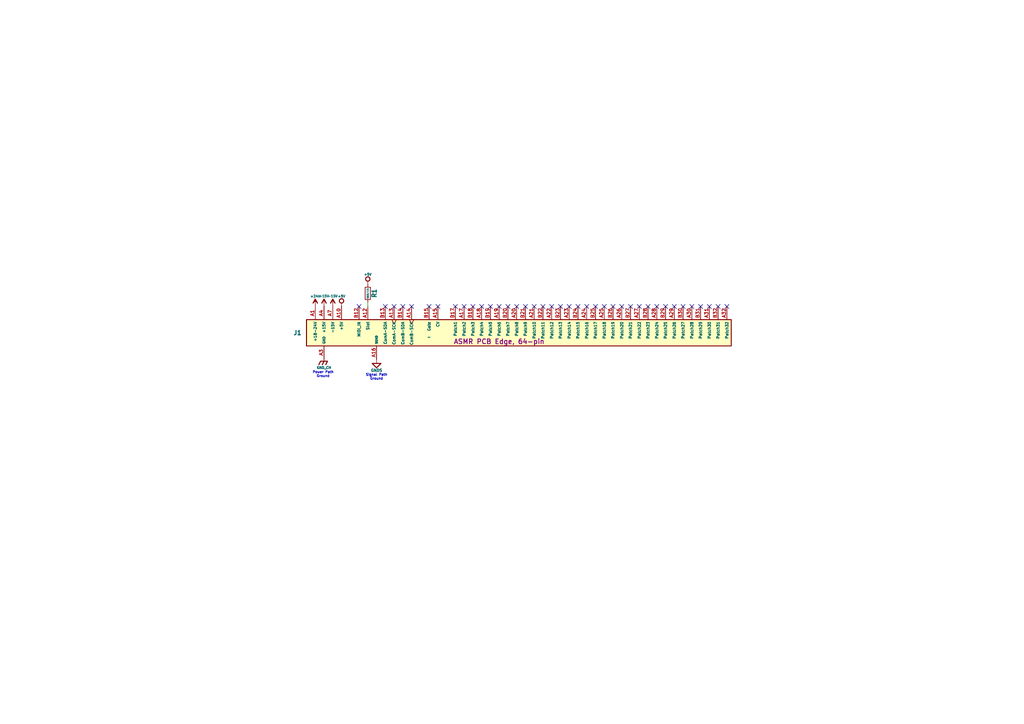
<source format=kicad_sch>
(kicad_sch (version 20250114) (generator "eeschema") (generator_version "9.0")
  (paper "A4")
  (title_block (title "ASMR - Module PCB Reference Design") (date "2025-08-17") (rev "A") (company "by Circuit Monkey") (comment 1 "ASMR :: Advanced Synth Module Rack") (comment 2 "Slot Card Reference PCB for Single ASMR module."))
  (lib_symbols
    (symbol "CM_Connector_Edge:ASMR-64-Edge" (in_bom no)
      (property "Reference" "J" (at -36.83 1.27 0))
      (property "Description" "ASMR PCB Edge, 64-pin" (at 20.32 -1.27 0))
      (symbol "ASMR-64-Edge_1_1"
        (rectangle (start -35.56 5.08) (end 87.63 -2.54) (stroke (width 0.3)) (fill (type background)))
        (pin power_out line (at -33.02 8.89 270) (length 3.81) (name "+18-24V") (number "A1"))
        (pin power_out line (at -33.02 8.89 270) (length 3.81) (hide yes) (name "+18-24V") (number "A2"))
        (pin power_out line (at -33.02 8.89 270) (length 3.81) (hide yes) (name "+18-24V") (number "B1"))
        (pin power_out line (at -33.02 8.89 270) (length 3.81) (hide yes) (name "+18-24V") (number "B2"))
        (pin power_out line (at -30.48 8.89 270) (length 3.81) (name "+15V") (number "A4"))
        (pin power_out line (at -30.48 8.89 270) (length 3.81) (hide yes) (name "+15V") (number "A5"))
        (pin power_out line (at -30.48 8.89 270) (length 3.81) (hide yes) (name "+15V") (number "B4"))
        (pin power_out line (at -30.48 8.89 270) (length 3.81) (hide yes) (name "+15V") (number "B5"))
        (pin power_out line (at -30.48 -6.35 90) (length 3.81) (name "GND") (number "A3"))
        (pin power_out line (at -30.48 -6.35 90) (length 3.81) (hide yes) (name "GND") (number "A6"))
        (pin power_out line (at -30.48 -6.35 90) (length 3.81) (hide yes) (name "GND") (number "A9"))
        (pin power_out line (at -30.48 -6.35 90) (length 3.81) (hide yes) (name "GND") (number "B3"))
        (pin power_out line (at -30.48 -6.35 90) (length 3.81) (hide yes) (name "GND") (number "B6"))
        (pin power_out line (at -30.48 -6.35 90) (length 3.81) (hide yes) (name "GND") (number "B9"))
        (pin power_out line (at -27.94 8.89 270) (length 3.81) (name "-15V") (number "A7"))
        (pin power_out line (at -27.94 8.89 270) (length 3.81) (hide yes) (name "-15V") (number "A8"))
        (pin power_out line (at -27.94 8.89 270) (length 3.81) (hide yes) (name "-15V") (number "B7"))
        (pin power_out line (at -27.94 8.89 270) (length 3.81) (hide yes) (name "-15V") (number "B8"))
        (pin power_out line (at -25.4 8.89 270) (length 3.81) (name "+5V") (number "A10"))
        (pin power_out line (at -25.4 8.89 270) (length 3.81) (hide yes) (name "+5V") (number "A11"))
        (pin power_out line (at -25.4 8.89 270) (length 3.81) (hide yes) (name "+5V") (number "B10"))
        (pin power_out line (at -25.4 8.89 270) (length 3.81) (hide yes) (name "+5V") (number "B11"))
        (pin output line (at -20.32 8.89 270) (length 3.81) (name "MIDI_IN") (number "B12"))
        (pin passive line (at -17.78 8.89 270) (length 3.81) (name "Slot") (number "A12"))
        (pin passive line (at -15.24 -6.35 90) (length 3.81) (name "SGND") (number "A16"))
        (pin passive line (at -15.24 -6.35 90) (length 3.81) (hide yes) (name "SGND") (number "B16"))
        (pin passive line (at -12.7 8.89 270) (length 3.81) (name "ComA-SDA") (number "B13"))
        (pin passive clock (at -10.16 8.89 270) (length 3.81) (name "ComA-SCK") (number "A13"))
        (pin passive line (at -7.62 8.89 270) (length 3.81) (name "ComB-SDA") (number "B14"))
        (pin passive clock (at -5.08 8.89 270) (length 3.81) (name "ComB-SCK") (number "A14"))
        (pin passive line (at 0 8.89 270) (length 3.81) (name "Gate") (number "B15"))
        (pin passive line (at 2.54 8.89 270) (length 3.81) (name "CV") (number "A15"))
        (pin passive line (at 7.62 8.89 270) (length 3.81) (name "Patch1") (number "B17"))
        (pin passive line (at 10.16 8.89 270) (length 3.81) (name "Patch2") (number "A17"))
        (pin passive line (at 12.7 8.89 270) (length 3.81) (name "Patch3") (number "B18"))
        (pin passive line (at 15.24 8.89 270) (length 3.81) (name "Patch4") (number "A18"))
        (pin passive line (at 17.78 8.89 270) (length 3.81) (name "Patch5") (number "B19"))
        (pin passive line (at 20.32 8.89 270) (length 3.81) (name "Patch6") (number "A19"))
        (pin passive line (at 22.86 8.89 270) (length 3.81) (name "Patch7") (number "B20"))
        (pin passive line (at 25.4 8.89 270) (length 3.81) (name "Patch8") (number "A20"))
        (pin passive line (at 27.94 8.89 270) (length 3.81) (name "Patch9") (number "B21"))
        (pin passive line (at 30.48 8.89 270) (length 3.81) (name "Patch10") (number "A21"))
        (pin passive line (at 33.02 8.89 270) (length 3.81) (name "Patch11") (number "B22"))
        (pin passive line (at 35.56 8.89 270) (length 3.81) (name "Patch12") (number "A22"))
        (pin passive line (at 38.1 8.89 270) (length 3.81) (name "Patch13") (number "B23"))
        (pin passive line (at 40.64 8.89 270) (length 3.81) (name "Patch14") (number "A23"))
        (pin passive line (at 43.18 8.89 270) (length 3.81) (name "Patch15") (number "B24"))
        (pin passive line (at 45.72 8.89 270) (length 3.81) (name "Patch16") (number "A24"))
        (pin passive line (at 48.26 8.89 270) (length 3.81) (name "Patch17") (number "B25"))
        (pin passive line (at 50.8 8.89 270) (length 3.81) (name "Patch18") (number "A25"))
        (pin passive line (at 53.34 8.89 270) (length 3.81) (name "Patch19") (number "B26"))
        (pin passive line (at 55.88 8.89 270) (length 3.81) (name "Patch20") (number "A26"))
        (pin passive line (at 58.42 8.89 270) (length 3.81) (name "Patch21") (number "B27"))
        (pin passive line (at 60.96 8.89 270) (length 3.81) (name "Patch22") (number "A27"))
        (pin passive line (at 63.5 8.89 270) (length 3.81) (name "Patch23") (number "B28"))
        (pin passive line (at 66.04 8.89 270) (length 3.81) (name "Patch24") (number "A28"))
        (pin passive line (at 68.58 8.89 270) (length 3.81) (name "Patch25") (number "B29"))
        (pin passive line (at 71.12 8.89 270) (length 3.81) (name "Patch26") (number "A29"))
        (pin passive line (at 73.66 8.89 270) (length 3.81) (name "Patch27") (number "B30"))
        (pin passive line (at 76.2 8.89 270) (length 3.81) (name "Patch28") (number "A30"))
        (pin passive line (at 78.74 8.89 270) (length 3.81) (name "Patch29") (number "B31"))
        (pin passive line (at 81.28 8.89 270) (length 3.81) (name "Patch30") (number "A31"))
        (pin passive line (at 83.82 8.89 270) (length 3.81) (name "Patch31") (number "B32"))
        (pin passive line (at 86.36 8.89 270) (length 3.81) (name "Patch32") (number "A32"))
      )
    )
    (symbol "CM_Device:R" (pin_numbers (hide yes)) (pin_names (offset 0.254) (hide yes))
      (property "Reference" "R" (at 1.875 0 90))
      (property "Value" "VAL" (at 0 0 90))
      (symbol "R_0_1"
        (rectangle (start -0.762 1.778) (end 0.762 -1.778) (stroke (width 0.2032)))
      )
      (symbol "R_1_1"
        (pin passive line (at 0 2.54 270) (length 0.762) (name "~") (number "1"))
        (pin passive line (at 0 -2.54 90) (length 0.762) (name "~") (number "2"))
      )
    )
    (symbol "CM_power:+15V" (power) (pin_numbers (hide yes)) (pin_names (offset 0) (hide yes))
      (property "Value" "+15V" (at 0 2.5 0))
      (symbol "+15V_0_1"
        (polyline (pts (xy -0.625 1) (xy 0 2.125) (xy 0.625 1)) (stroke (width 0.33)))
        (polyline (pts (xy 0 0) (xy 0 2)))
      )
      (symbol "+15V_1_1"
        (pin power_in line (at 0 0 90) (length 0) (name "~") (number "1"))
      )
    )
    (symbol "CM_power:+24V" (power) (pin_numbers (hide yes)) (pin_names (offset 0) (hide yes))
      (property "Value" "+24V" (at 0 2.5 0))
      (symbol "+24V_0_1"
        (polyline (pts (xy -0.625 1) (xy 0 2.125) (xy 0.625 1)) (stroke (width 0.33)))
        (polyline (pts (xy 0 0) (xy 0 1.75)))
      )
      (symbol "+24V_1_1"
        (polyline (pts (xy -0.25 1.5) (xy 0.25 1.5)) (stroke (width 0.3)))
        (pin power_in line (at 0 0 90) (length 0) (name "~") (number "1"))
      )
    )
    (symbol "CM_power:+5V" (power) (pin_numbers (hide yes)) (pin_names (offset 0) (hide yes))
      (property "Value" "+5V" (at 0 2.5 0))
      (symbol "+5V_0_1"
        (circle (center 0 1.625) (radius 0.625) (stroke (width 0.3)))
        (polyline (pts (xy 0 0) (xy 0 1)))
      )
      (symbol "+5V_1_1"
        (pin power_in line (at 0 0 90) (length 0) (name "~") (number "1"))
      )
    )
    (symbol "CM_power:-15V" (power) (pin_numbers (hide yes)) (pin_names (offset 0) (hide yes))
      (property "Value" "-15V" (at 0 2.5 0))
      (symbol "-15V_0_1"
        (polyline (pts (xy -0.625 1) (xy 0 2.125) (xy 0.625 1)) (stroke (width 0.33)))
        (polyline (pts (xy -0.125 1.625) (xy 0.125 1.625)) (stroke (width 0.09)))
        (polyline (pts (xy -0.125 1.375) (xy 0.125 1.375)) (stroke (width 0.09)))
        (polyline (pts (xy -0.125 1.125) (xy 0.125 1.125)) (stroke (width 0.09)))
        (polyline (pts (xy 0 0) (xy 0 2)))
      )
      (symbol "-15V_1_1"
        (pin power_in line (at 0 0 90) (length 0) (name "~") (number "1"))
      )
    )
    (symbol "CM_power:GNDS" (power) (pin_numbers (hide yes)) (pin_names (offset 0) (hide yes))
      (property "Value" "GNDS" (at 0 -3.81 0))
      (symbol "GNDS_0_1"
        (polyline (pts (xy 0 0) (xy 0 -1.25)))
        (polyline (pts (xy 0 -1.27) (xy 1.27 -1.27) (xy 0 -2.54) (xy -1.27 -1.27) (xy 0 -1.27)) (stroke (width 0.3)))
      )
      (symbol "GNDS_1_1"
        (pin power_in line (at 0 0 270) (length 0) (name "~") (number "1"))
      )
    )
    (symbol "CM_power:GND_CH" (power) (pin_numbers (hide yes)) (pin_names (offset 0) (hide yes))
      (property "Value" "GND_CH" (at 0 -2.1 0))
      (symbol "GND_CH_0_1"
        (polyline (pts (xy -1.5 -1.625) (xy -1 -0.625) (xy 1 -0.625) (xy 0.5 -1.625)) (stroke (width 0.3)))
        (polyline (pts (xy 0 -0.625) (xy -0.5 -1.625)) (stroke (width 0.3)))
        (polyline (pts (xy 0 -0.625) (xy 0 0)))
      )
      (symbol "GND_CH_1_1"
        (pin power_in line (at 0 0 270) (length 0) (name "~") (number "1"))
      )
    )
  )
  (text "Power Path\nGround" (at 93.726 107.696 0) (effects (font (size 0.7 0.7)) (justify top)))
  (text "Signal Path\nGround" (at 109.22 108.458 0) (effects (font (size 0.7 0.7)) (justify top)))
  (no_connect (at 198.12 88.9))
  (no_connect (at 139.7 88.9))
  (no_connect (at 195.58 88.9))
  (no_connect (at 160.02 88.9))
  (no_connect (at 165.1 88.9))
  (no_connect (at 203.2 88.9))
  (no_connect (at 167.64 88.9))
  (no_connect (at 134.62 88.9))
  (no_connect (at 182.88 88.9))
  (no_connect (at 124.46 88.9))
  (no_connect (at 119.38 88.9))
  (no_connect (at 210.82 88.9))
  (no_connect (at 190.5 88.9))
  (no_connect (at 177.8 88.9))
  (no_connect (at 172.72 88.9))
  (no_connect (at 154.94 88.9))
  (no_connect (at 127 88.9))
  (no_connect (at 193.04 88.9))
  (no_connect (at 162.56 88.9))
  (no_connect (at 116.84 88.9))
  (no_connect (at 111.76 88.9))
  (no_connect (at 147.32 88.9))
  (no_connect (at 170.18 88.9))
  (no_connect (at 104.14 88.9))
  (no_connect (at 114.3 88.9))
  (no_connect (at 149.86 88.9))
  (no_connect (at 208.28 88.9))
  (no_connect (at 132.08 88.9))
  (no_connect (at 137.16 88.9))
  (no_connect (at 142.24 88.9))
  (no_connect (at 157.48 88.9))
  (no_connect (at 180.34 88.9))
  (no_connect (at 185.42 88.9))
  (no_connect (at 187.96 88.9))
  (no_connect (at 205.74 88.9))
  (no_connect (at 200.66 88.9))
  (no_connect (at 152.4 88.9))
  (no_connect (at 144.78 88.9))
  (no_connect (at 175.26 88.9))
  (wire (pts (xy 106.68 87.63) (xy 106.68 88.9)))
  (symbol (lib_id "CM_power:GND_CH") (at 93.98 104.14 0) (unit 1)
    (property "Reference" "#PWR05" (effects (hide yes)))
    (property "Value" "GND_CH" (at 93.98 106.24 0) (effects (font (size 0.7 0.7)) (justify top)))
    (property "Description" "Power symbol creates a global label with name \"GND\" , ground" (effects (hide yes)))
  )
  (symbol (lib_id "CM_power:-15V") (at 96.52 88.9 0) (unit 1)
    (property "Reference" "#PWR02" (effects (hide yes)))
    (property "Value" "-15V" (at 96.52 86.36 0) (effects (font (size 0.7 0.7) (thickness 0.14) (bold yes)) (justify bottom)))
    (property "Description" "Power symbol creates a global label with name \"-15V\"" (effects (hide yes)))
  )
  (symbol (lib_id "CM_Device:R") (at 106.68 85.09 0) (unit 1)
    (property "Reference" "R1" (at 108.555 85.09 90) (effects (font (thickness 0.254) (bold yes))))
    (property "Value" "560/1%" (at 106.68 85.09 90) (effects (font (size 0.5 0.5) (thickness 0.0875))))
    (property "Footprint" "CM_Resistor_Capacitor:R_0603_1608Metric" (effects (hide yes)))
    (property "Description" "Resistor, symbol" (effects (hide yes)))
  )
  (symbol (lib_id "CM_power:+15V") (at 93.98 88.9 0) (unit 1)
    (property "Reference" "#PWR01" (effects (hide yes)))
    (property "Value" "+15V" (at 93.98 86.36 0) (effects (font (size 0.7 0.7) (thickness 0.14) (bold yes)) (justify bottom)))
    (property "Description" "Power symbol creates a global label with name \"+15V\"" (effects (hide yes)))
  )
  (symbol (lib_id "CM_power:GNDS") (at 109.22 104.14 0) (unit 1)
    (property "Reference" "#PWR03" (effects (hide yes)))
    (property "Value" "GNDS" (at 109.22 107.442 0) (effects (font (size 0.8 0.8))))
    (property "Description" "Power symbol creates a global label with name \"GNDS\" , signal ground" (effects (hide yes)))
  )
  (symbol (lib_id "CM_power:+24V") (at 91.44 88.9 0) (unit 1)
    (property "Reference" "#PWR7" (effects (hide yes)))
    (property "Value" "+24V" (at 91.44 86.4 0) (effects (font (size 0.7 0.7) (thickness 0.14) (bold yes)) (justify bottom)))
    (property "Description" "Power symbol creates a global label with name \"+24V\"" (effects (hide yes)))
  )
  (symbol (lib_id "CM_power:+5V") (at 106.68 82.55 0) (unit 1)
    (property "Reference" "#PWR06" (effects (hide yes)))
    (property "Value" "+5V" (at 106.68 80.05 0) (effects (font (size 0.7 0.7) (thickness 0.14) (bold yes)) (justify bottom)))
    (property "Description" "Power symbol creates a global label with name \"5V\"" (effects (hide yes)))
  )
  (symbol (lib_id "CM_power:+5V") (at 99.06 88.9 0) (unit 1)
    (property "Reference" "#PWR4" (effects (hide yes)))
    (property "Value" "+5V" (at 99.06 86.4 0) (effects (font (size 0.7 0.7) (thickness 0.14) (bold yes)) (justify bottom)))
    (property "Description" "Power symbol creates a global label with name \"5V\"" (effects (hide yes)))
  )
  (symbol (lib_id "CM_Connector_Edge:ASMR-64-Edge") (at 124.46 97.79 0) (unit 1) (in_bom no)
    (property "Reference" "J1" (at 87.63 96.52 0) (effects (font (thickness 0.254) (bold yes)) (justify right)))
    (property "Value" "~" (at 124.46 97.79 0))
    (property "Footprint" "CM_Connector_Edge:ASMR-Edge-64" (effects (hide yes)))
    (property "Description" "ASMR PCB Edge, 64-pin" (at 144.78 99.06 0) (effects (font (size 1.4 1.4) (thickness 0.2) (bold yes))))
  )
)
</source>
